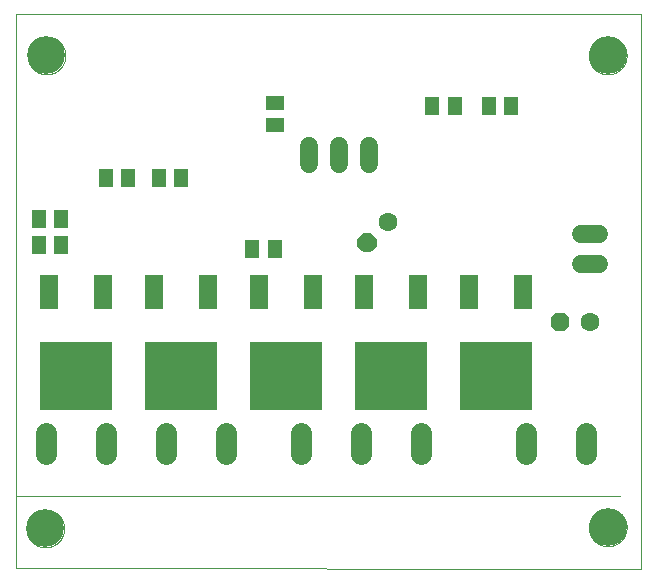
<source format=gbs>
G75*
%MOIN*%
%OFA0B0*%
%FSLAX25Y25*%
%IPPOS*%
%LPD*%
%AMOC8*
5,1,8,0,0,1.08239X$1,22.5*
%
%ADD10C,0.00000*%
%ADD11C,0.12598*%
%ADD12C,0.01260*%
%ADD13C,0.06300*%
%ADD14R,0.05118X0.05906*%
%ADD15R,0.06299X0.11811*%
%ADD16R,0.24409X0.22835*%
%ADD17R,0.05906X0.05118*%
%ADD18C,0.07050*%
%ADD19OC8,0.06300*%
%ADD20C,0.06000*%
D10*
X0032477Y0001394D02*
X0241020Y0001000D01*
X0241020Y0186079D01*
X0032477Y0186079D01*
X0032477Y0001394D01*
X0036060Y0014543D02*
X0036062Y0014701D01*
X0036068Y0014859D01*
X0036078Y0015017D01*
X0036092Y0015175D01*
X0036110Y0015332D01*
X0036131Y0015489D01*
X0036157Y0015645D01*
X0036187Y0015801D01*
X0036220Y0015956D01*
X0036258Y0016109D01*
X0036299Y0016262D01*
X0036344Y0016414D01*
X0036393Y0016565D01*
X0036446Y0016714D01*
X0036502Y0016862D01*
X0036562Y0017008D01*
X0036626Y0017153D01*
X0036694Y0017296D01*
X0036765Y0017438D01*
X0036839Y0017578D01*
X0036917Y0017715D01*
X0036999Y0017851D01*
X0037083Y0017985D01*
X0037172Y0018116D01*
X0037263Y0018245D01*
X0037358Y0018372D01*
X0037455Y0018497D01*
X0037556Y0018619D01*
X0037660Y0018738D01*
X0037767Y0018855D01*
X0037877Y0018969D01*
X0037990Y0019080D01*
X0038105Y0019189D01*
X0038223Y0019294D01*
X0038344Y0019396D01*
X0038467Y0019496D01*
X0038593Y0019592D01*
X0038721Y0019685D01*
X0038851Y0019775D01*
X0038984Y0019861D01*
X0039119Y0019945D01*
X0039255Y0020024D01*
X0039394Y0020101D01*
X0039535Y0020173D01*
X0039677Y0020243D01*
X0039821Y0020308D01*
X0039967Y0020370D01*
X0040114Y0020428D01*
X0040263Y0020483D01*
X0040413Y0020534D01*
X0040564Y0020581D01*
X0040716Y0020624D01*
X0040869Y0020663D01*
X0041024Y0020699D01*
X0041179Y0020730D01*
X0041335Y0020758D01*
X0041491Y0020782D01*
X0041648Y0020802D01*
X0041806Y0020818D01*
X0041963Y0020830D01*
X0042122Y0020838D01*
X0042280Y0020842D01*
X0042438Y0020842D01*
X0042596Y0020838D01*
X0042755Y0020830D01*
X0042912Y0020818D01*
X0043070Y0020802D01*
X0043227Y0020782D01*
X0043383Y0020758D01*
X0043539Y0020730D01*
X0043694Y0020699D01*
X0043849Y0020663D01*
X0044002Y0020624D01*
X0044154Y0020581D01*
X0044305Y0020534D01*
X0044455Y0020483D01*
X0044604Y0020428D01*
X0044751Y0020370D01*
X0044897Y0020308D01*
X0045041Y0020243D01*
X0045183Y0020173D01*
X0045324Y0020101D01*
X0045463Y0020024D01*
X0045599Y0019945D01*
X0045734Y0019861D01*
X0045867Y0019775D01*
X0045997Y0019685D01*
X0046125Y0019592D01*
X0046251Y0019496D01*
X0046374Y0019396D01*
X0046495Y0019294D01*
X0046613Y0019189D01*
X0046728Y0019080D01*
X0046841Y0018969D01*
X0046951Y0018855D01*
X0047058Y0018738D01*
X0047162Y0018619D01*
X0047263Y0018497D01*
X0047360Y0018372D01*
X0047455Y0018245D01*
X0047546Y0018116D01*
X0047635Y0017985D01*
X0047719Y0017851D01*
X0047801Y0017715D01*
X0047879Y0017578D01*
X0047953Y0017438D01*
X0048024Y0017296D01*
X0048092Y0017153D01*
X0048156Y0017008D01*
X0048216Y0016862D01*
X0048272Y0016714D01*
X0048325Y0016565D01*
X0048374Y0016414D01*
X0048419Y0016262D01*
X0048460Y0016109D01*
X0048498Y0015956D01*
X0048531Y0015801D01*
X0048561Y0015645D01*
X0048587Y0015489D01*
X0048608Y0015332D01*
X0048626Y0015175D01*
X0048640Y0015017D01*
X0048650Y0014859D01*
X0048656Y0014701D01*
X0048658Y0014543D01*
X0048656Y0014385D01*
X0048650Y0014227D01*
X0048640Y0014069D01*
X0048626Y0013911D01*
X0048608Y0013754D01*
X0048587Y0013597D01*
X0048561Y0013441D01*
X0048531Y0013285D01*
X0048498Y0013130D01*
X0048460Y0012977D01*
X0048419Y0012824D01*
X0048374Y0012672D01*
X0048325Y0012521D01*
X0048272Y0012372D01*
X0048216Y0012224D01*
X0048156Y0012078D01*
X0048092Y0011933D01*
X0048024Y0011790D01*
X0047953Y0011648D01*
X0047879Y0011508D01*
X0047801Y0011371D01*
X0047719Y0011235D01*
X0047635Y0011101D01*
X0047546Y0010970D01*
X0047455Y0010841D01*
X0047360Y0010714D01*
X0047263Y0010589D01*
X0047162Y0010467D01*
X0047058Y0010348D01*
X0046951Y0010231D01*
X0046841Y0010117D01*
X0046728Y0010006D01*
X0046613Y0009897D01*
X0046495Y0009792D01*
X0046374Y0009690D01*
X0046251Y0009590D01*
X0046125Y0009494D01*
X0045997Y0009401D01*
X0045867Y0009311D01*
X0045734Y0009225D01*
X0045599Y0009141D01*
X0045463Y0009062D01*
X0045324Y0008985D01*
X0045183Y0008913D01*
X0045041Y0008843D01*
X0044897Y0008778D01*
X0044751Y0008716D01*
X0044604Y0008658D01*
X0044455Y0008603D01*
X0044305Y0008552D01*
X0044154Y0008505D01*
X0044002Y0008462D01*
X0043849Y0008423D01*
X0043694Y0008387D01*
X0043539Y0008356D01*
X0043383Y0008328D01*
X0043227Y0008304D01*
X0043070Y0008284D01*
X0042912Y0008268D01*
X0042755Y0008256D01*
X0042596Y0008248D01*
X0042438Y0008244D01*
X0042280Y0008244D01*
X0042122Y0008248D01*
X0041963Y0008256D01*
X0041806Y0008268D01*
X0041648Y0008284D01*
X0041491Y0008304D01*
X0041335Y0008328D01*
X0041179Y0008356D01*
X0041024Y0008387D01*
X0040869Y0008423D01*
X0040716Y0008462D01*
X0040564Y0008505D01*
X0040413Y0008552D01*
X0040263Y0008603D01*
X0040114Y0008658D01*
X0039967Y0008716D01*
X0039821Y0008778D01*
X0039677Y0008843D01*
X0039535Y0008913D01*
X0039394Y0008985D01*
X0039255Y0009062D01*
X0039119Y0009141D01*
X0038984Y0009225D01*
X0038851Y0009311D01*
X0038721Y0009401D01*
X0038593Y0009494D01*
X0038467Y0009590D01*
X0038344Y0009690D01*
X0038223Y0009792D01*
X0038105Y0009897D01*
X0037990Y0010006D01*
X0037877Y0010117D01*
X0037767Y0010231D01*
X0037660Y0010348D01*
X0037556Y0010467D01*
X0037455Y0010589D01*
X0037358Y0010714D01*
X0037263Y0010841D01*
X0037172Y0010970D01*
X0037083Y0011101D01*
X0036999Y0011235D01*
X0036917Y0011371D01*
X0036839Y0011508D01*
X0036765Y0011648D01*
X0036694Y0011790D01*
X0036626Y0011933D01*
X0036562Y0012078D01*
X0036502Y0012224D01*
X0036446Y0012372D01*
X0036393Y0012521D01*
X0036344Y0012672D01*
X0036299Y0012824D01*
X0036258Y0012977D01*
X0036220Y0013130D01*
X0036187Y0013285D01*
X0036157Y0013441D01*
X0036131Y0013597D01*
X0036110Y0013754D01*
X0036092Y0013911D01*
X0036078Y0014069D01*
X0036068Y0014227D01*
X0036062Y0014385D01*
X0036060Y0014543D01*
X0032595Y0025242D02*
X0233796Y0025242D01*
X0223540Y0014937D02*
X0223542Y0015095D01*
X0223548Y0015253D01*
X0223558Y0015411D01*
X0223572Y0015569D01*
X0223590Y0015726D01*
X0223611Y0015883D01*
X0223637Y0016039D01*
X0223667Y0016195D01*
X0223700Y0016350D01*
X0223738Y0016503D01*
X0223779Y0016656D01*
X0223824Y0016808D01*
X0223873Y0016959D01*
X0223926Y0017108D01*
X0223982Y0017256D01*
X0224042Y0017402D01*
X0224106Y0017547D01*
X0224174Y0017690D01*
X0224245Y0017832D01*
X0224319Y0017972D01*
X0224397Y0018109D01*
X0224479Y0018245D01*
X0224563Y0018379D01*
X0224652Y0018510D01*
X0224743Y0018639D01*
X0224838Y0018766D01*
X0224935Y0018891D01*
X0225036Y0019013D01*
X0225140Y0019132D01*
X0225247Y0019249D01*
X0225357Y0019363D01*
X0225470Y0019474D01*
X0225585Y0019583D01*
X0225703Y0019688D01*
X0225824Y0019790D01*
X0225947Y0019890D01*
X0226073Y0019986D01*
X0226201Y0020079D01*
X0226331Y0020169D01*
X0226464Y0020255D01*
X0226599Y0020339D01*
X0226735Y0020418D01*
X0226874Y0020495D01*
X0227015Y0020567D01*
X0227157Y0020637D01*
X0227301Y0020702D01*
X0227447Y0020764D01*
X0227594Y0020822D01*
X0227743Y0020877D01*
X0227893Y0020928D01*
X0228044Y0020975D01*
X0228196Y0021018D01*
X0228349Y0021057D01*
X0228504Y0021093D01*
X0228659Y0021124D01*
X0228815Y0021152D01*
X0228971Y0021176D01*
X0229128Y0021196D01*
X0229286Y0021212D01*
X0229443Y0021224D01*
X0229602Y0021232D01*
X0229760Y0021236D01*
X0229918Y0021236D01*
X0230076Y0021232D01*
X0230235Y0021224D01*
X0230392Y0021212D01*
X0230550Y0021196D01*
X0230707Y0021176D01*
X0230863Y0021152D01*
X0231019Y0021124D01*
X0231174Y0021093D01*
X0231329Y0021057D01*
X0231482Y0021018D01*
X0231634Y0020975D01*
X0231785Y0020928D01*
X0231935Y0020877D01*
X0232084Y0020822D01*
X0232231Y0020764D01*
X0232377Y0020702D01*
X0232521Y0020637D01*
X0232663Y0020567D01*
X0232804Y0020495D01*
X0232943Y0020418D01*
X0233079Y0020339D01*
X0233214Y0020255D01*
X0233347Y0020169D01*
X0233477Y0020079D01*
X0233605Y0019986D01*
X0233731Y0019890D01*
X0233854Y0019790D01*
X0233975Y0019688D01*
X0234093Y0019583D01*
X0234208Y0019474D01*
X0234321Y0019363D01*
X0234431Y0019249D01*
X0234538Y0019132D01*
X0234642Y0019013D01*
X0234743Y0018891D01*
X0234840Y0018766D01*
X0234935Y0018639D01*
X0235026Y0018510D01*
X0235115Y0018379D01*
X0235199Y0018245D01*
X0235281Y0018109D01*
X0235359Y0017972D01*
X0235433Y0017832D01*
X0235504Y0017690D01*
X0235572Y0017547D01*
X0235636Y0017402D01*
X0235696Y0017256D01*
X0235752Y0017108D01*
X0235805Y0016959D01*
X0235854Y0016808D01*
X0235899Y0016656D01*
X0235940Y0016503D01*
X0235978Y0016350D01*
X0236011Y0016195D01*
X0236041Y0016039D01*
X0236067Y0015883D01*
X0236088Y0015726D01*
X0236106Y0015569D01*
X0236120Y0015411D01*
X0236130Y0015253D01*
X0236136Y0015095D01*
X0236138Y0014937D01*
X0236136Y0014779D01*
X0236130Y0014621D01*
X0236120Y0014463D01*
X0236106Y0014305D01*
X0236088Y0014148D01*
X0236067Y0013991D01*
X0236041Y0013835D01*
X0236011Y0013679D01*
X0235978Y0013524D01*
X0235940Y0013371D01*
X0235899Y0013218D01*
X0235854Y0013066D01*
X0235805Y0012915D01*
X0235752Y0012766D01*
X0235696Y0012618D01*
X0235636Y0012472D01*
X0235572Y0012327D01*
X0235504Y0012184D01*
X0235433Y0012042D01*
X0235359Y0011902D01*
X0235281Y0011765D01*
X0235199Y0011629D01*
X0235115Y0011495D01*
X0235026Y0011364D01*
X0234935Y0011235D01*
X0234840Y0011108D01*
X0234743Y0010983D01*
X0234642Y0010861D01*
X0234538Y0010742D01*
X0234431Y0010625D01*
X0234321Y0010511D01*
X0234208Y0010400D01*
X0234093Y0010291D01*
X0233975Y0010186D01*
X0233854Y0010084D01*
X0233731Y0009984D01*
X0233605Y0009888D01*
X0233477Y0009795D01*
X0233347Y0009705D01*
X0233214Y0009619D01*
X0233079Y0009535D01*
X0232943Y0009456D01*
X0232804Y0009379D01*
X0232663Y0009307D01*
X0232521Y0009237D01*
X0232377Y0009172D01*
X0232231Y0009110D01*
X0232084Y0009052D01*
X0231935Y0008997D01*
X0231785Y0008946D01*
X0231634Y0008899D01*
X0231482Y0008856D01*
X0231329Y0008817D01*
X0231174Y0008781D01*
X0231019Y0008750D01*
X0230863Y0008722D01*
X0230707Y0008698D01*
X0230550Y0008678D01*
X0230392Y0008662D01*
X0230235Y0008650D01*
X0230076Y0008642D01*
X0229918Y0008638D01*
X0229760Y0008638D01*
X0229602Y0008642D01*
X0229443Y0008650D01*
X0229286Y0008662D01*
X0229128Y0008678D01*
X0228971Y0008698D01*
X0228815Y0008722D01*
X0228659Y0008750D01*
X0228504Y0008781D01*
X0228349Y0008817D01*
X0228196Y0008856D01*
X0228044Y0008899D01*
X0227893Y0008946D01*
X0227743Y0008997D01*
X0227594Y0009052D01*
X0227447Y0009110D01*
X0227301Y0009172D01*
X0227157Y0009237D01*
X0227015Y0009307D01*
X0226874Y0009379D01*
X0226735Y0009456D01*
X0226599Y0009535D01*
X0226464Y0009619D01*
X0226331Y0009705D01*
X0226201Y0009795D01*
X0226073Y0009888D01*
X0225947Y0009984D01*
X0225824Y0010084D01*
X0225703Y0010186D01*
X0225585Y0010291D01*
X0225470Y0010400D01*
X0225357Y0010511D01*
X0225247Y0010625D01*
X0225140Y0010742D01*
X0225036Y0010861D01*
X0224935Y0010983D01*
X0224838Y0011108D01*
X0224743Y0011235D01*
X0224652Y0011364D01*
X0224563Y0011495D01*
X0224479Y0011629D01*
X0224397Y0011765D01*
X0224319Y0011902D01*
X0224245Y0012042D01*
X0224174Y0012184D01*
X0224106Y0012327D01*
X0224042Y0012472D01*
X0223982Y0012618D01*
X0223926Y0012766D01*
X0223873Y0012915D01*
X0223824Y0013066D01*
X0223779Y0013218D01*
X0223738Y0013371D01*
X0223700Y0013524D01*
X0223667Y0013679D01*
X0223637Y0013835D01*
X0223611Y0013991D01*
X0223590Y0014148D01*
X0223572Y0014305D01*
X0223558Y0014463D01*
X0223548Y0014621D01*
X0223542Y0014779D01*
X0223540Y0014937D01*
X0223540Y0172220D02*
X0223542Y0172378D01*
X0223548Y0172536D01*
X0223558Y0172694D01*
X0223572Y0172852D01*
X0223590Y0173009D01*
X0223611Y0173166D01*
X0223637Y0173322D01*
X0223667Y0173478D01*
X0223700Y0173633D01*
X0223738Y0173786D01*
X0223779Y0173939D01*
X0223824Y0174091D01*
X0223873Y0174242D01*
X0223926Y0174391D01*
X0223982Y0174539D01*
X0224042Y0174685D01*
X0224106Y0174830D01*
X0224174Y0174973D01*
X0224245Y0175115D01*
X0224319Y0175255D01*
X0224397Y0175392D01*
X0224479Y0175528D01*
X0224563Y0175662D01*
X0224652Y0175793D01*
X0224743Y0175922D01*
X0224838Y0176049D01*
X0224935Y0176174D01*
X0225036Y0176296D01*
X0225140Y0176415D01*
X0225247Y0176532D01*
X0225357Y0176646D01*
X0225470Y0176757D01*
X0225585Y0176866D01*
X0225703Y0176971D01*
X0225824Y0177073D01*
X0225947Y0177173D01*
X0226073Y0177269D01*
X0226201Y0177362D01*
X0226331Y0177452D01*
X0226464Y0177538D01*
X0226599Y0177622D01*
X0226735Y0177701D01*
X0226874Y0177778D01*
X0227015Y0177850D01*
X0227157Y0177920D01*
X0227301Y0177985D01*
X0227447Y0178047D01*
X0227594Y0178105D01*
X0227743Y0178160D01*
X0227893Y0178211D01*
X0228044Y0178258D01*
X0228196Y0178301D01*
X0228349Y0178340D01*
X0228504Y0178376D01*
X0228659Y0178407D01*
X0228815Y0178435D01*
X0228971Y0178459D01*
X0229128Y0178479D01*
X0229286Y0178495D01*
X0229443Y0178507D01*
X0229602Y0178515D01*
X0229760Y0178519D01*
X0229918Y0178519D01*
X0230076Y0178515D01*
X0230235Y0178507D01*
X0230392Y0178495D01*
X0230550Y0178479D01*
X0230707Y0178459D01*
X0230863Y0178435D01*
X0231019Y0178407D01*
X0231174Y0178376D01*
X0231329Y0178340D01*
X0231482Y0178301D01*
X0231634Y0178258D01*
X0231785Y0178211D01*
X0231935Y0178160D01*
X0232084Y0178105D01*
X0232231Y0178047D01*
X0232377Y0177985D01*
X0232521Y0177920D01*
X0232663Y0177850D01*
X0232804Y0177778D01*
X0232943Y0177701D01*
X0233079Y0177622D01*
X0233214Y0177538D01*
X0233347Y0177452D01*
X0233477Y0177362D01*
X0233605Y0177269D01*
X0233731Y0177173D01*
X0233854Y0177073D01*
X0233975Y0176971D01*
X0234093Y0176866D01*
X0234208Y0176757D01*
X0234321Y0176646D01*
X0234431Y0176532D01*
X0234538Y0176415D01*
X0234642Y0176296D01*
X0234743Y0176174D01*
X0234840Y0176049D01*
X0234935Y0175922D01*
X0235026Y0175793D01*
X0235115Y0175662D01*
X0235199Y0175528D01*
X0235281Y0175392D01*
X0235359Y0175255D01*
X0235433Y0175115D01*
X0235504Y0174973D01*
X0235572Y0174830D01*
X0235636Y0174685D01*
X0235696Y0174539D01*
X0235752Y0174391D01*
X0235805Y0174242D01*
X0235854Y0174091D01*
X0235899Y0173939D01*
X0235940Y0173786D01*
X0235978Y0173633D01*
X0236011Y0173478D01*
X0236041Y0173322D01*
X0236067Y0173166D01*
X0236088Y0173009D01*
X0236106Y0172852D01*
X0236120Y0172694D01*
X0236130Y0172536D01*
X0236136Y0172378D01*
X0236138Y0172220D01*
X0236136Y0172062D01*
X0236130Y0171904D01*
X0236120Y0171746D01*
X0236106Y0171588D01*
X0236088Y0171431D01*
X0236067Y0171274D01*
X0236041Y0171118D01*
X0236011Y0170962D01*
X0235978Y0170807D01*
X0235940Y0170654D01*
X0235899Y0170501D01*
X0235854Y0170349D01*
X0235805Y0170198D01*
X0235752Y0170049D01*
X0235696Y0169901D01*
X0235636Y0169755D01*
X0235572Y0169610D01*
X0235504Y0169467D01*
X0235433Y0169325D01*
X0235359Y0169185D01*
X0235281Y0169048D01*
X0235199Y0168912D01*
X0235115Y0168778D01*
X0235026Y0168647D01*
X0234935Y0168518D01*
X0234840Y0168391D01*
X0234743Y0168266D01*
X0234642Y0168144D01*
X0234538Y0168025D01*
X0234431Y0167908D01*
X0234321Y0167794D01*
X0234208Y0167683D01*
X0234093Y0167574D01*
X0233975Y0167469D01*
X0233854Y0167367D01*
X0233731Y0167267D01*
X0233605Y0167171D01*
X0233477Y0167078D01*
X0233347Y0166988D01*
X0233214Y0166902D01*
X0233079Y0166818D01*
X0232943Y0166739D01*
X0232804Y0166662D01*
X0232663Y0166590D01*
X0232521Y0166520D01*
X0232377Y0166455D01*
X0232231Y0166393D01*
X0232084Y0166335D01*
X0231935Y0166280D01*
X0231785Y0166229D01*
X0231634Y0166182D01*
X0231482Y0166139D01*
X0231329Y0166100D01*
X0231174Y0166064D01*
X0231019Y0166033D01*
X0230863Y0166005D01*
X0230707Y0165981D01*
X0230550Y0165961D01*
X0230392Y0165945D01*
X0230235Y0165933D01*
X0230076Y0165925D01*
X0229918Y0165921D01*
X0229760Y0165921D01*
X0229602Y0165925D01*
X0229443Y0165933D01*
X0229286Y0165945D01*
X0229128Y0165961D01*
X0228971Y0165981D01*
X0228815Y0166005D01*
X0228659Y0166033D01*
X0228504Y0166064D01*
X0228349Y0166100D01*
X0228196Y0166139D01*
X0228044Y0166182D01*
X0227893Y0166229D01*
X0227743Y0166280D01*
X0227594Y0166335D01*
X0227447Y0166393D01*
X0227301Y0166455D01*
X0227157Y0166520D01*
X0227015Y0166590D01*
X0226874Y0166662D01*
X0226735Y0166739D01*
X0226599Y0166818D01*
X0226464Y0166902D01*
X0226331Y0166988D01*
X0226201Y0167078D01*
X0226073Y0167171D01*
X0225947Y0167267D01*
X0225824Y0167367D01*
X0225703Y0167469D01*
X0225585Y0167574D01*
X0225470Y0167683D01*
X0225357Y0167794D01*
X0225247Y0167908D01*
X0225140Y0168025D01*
X0225036Y0168144D01*
X0224935Y0168266D01*
X0224838Y0168391D01*
X0224743Y0168518D01*
X0224652Y0168647D01*
X0224563Y0168778D01*
X0224479Y0168912D01*
X0224397Y0169048D01*
X0224319Y0169185D01*
X0224245Y0169325D01*
X0224174Y0169467D01*
X0224106Y0169610D01*
X0224042Y0169755D01*
X0223982Y0169901D01*
X0223926Y0170049D01*
X0223873Y0170198D01*
X0223824Y0170349D01*
X0223779Y0170501D01*
X0223738Y0170654D01*
X0223700Y0170807D01*
X0223667Y0170962D01*
X0223637Y0171118D01*
X0223611Y0171274D01*
X0223590Y0171431D01*
X0223572Y0171588D01*
X0223558Y0171746D01*
X0223548Y0171904D01*
X0223542Y0172062D01*
X0223540Y0172220D01*
X0036454Y0172220D02*
X0036456Y0172378D01*
X0036462Y0172536D01*
X0036472Y0172694D01*
X0036486Y0172852D01*
X0036504Y0173009D01*
X0036525Y0173166D01*
X0036551Y0173322D01*
X0036581Y0173478D01*
X0036614Y0173633D01*
X0036652Y0173786D01*
X0036693Y0173939D01*
X0036738Y0174091D01*
X0036787Y0174242D01*
X0036840Y0174391D01*
X0036896Y0174539D01*
X0036956Y0174685D01*
X0037020Y0174830D01*
X0037088Y0174973D01*
X0037159Y0175115D01*
X0037233Y0175255D01*
X0037311Y0175392D01*
X0037393Y0175528D01*
X0037477Y0175662D01*
X0037566Y0175793D01*
X0037657Y0175922D01*
X0037752Y0176049D01*
X0037849Y0176174D01*
X0037950Y0176296D01*
X0038054Y0176415D01*
X0038161Y0176532D01*
X0038271Y0176646D01*
X0038384Y0176757D01*
X0038499Y0176866D01*
X0038617Y0176971D01*
X0038738Y0177073D01*
X0038861Y0177173D01*
X0038987Y0177269D01*
X0039115Y0177362D01*
X0039245Y0177452D01*
X0039378Y0177538D01*
X0039513Y0177622D01*
X0039649Y0177701D01*
X0039788Y0177778D01*
X0039929Y0177850D01*
X0040071Y0177920D01*
X0040215Y0177985D01*
X0040361Y0178047D01*
X0040508Y0178105D01*
X0040657Y0178160D01*
X0040807Y0178211D01*
X0040958Y0178258D01*
X0041110Y0178301D01*
X0041263Y0178340D01*
X0041418Y0178376D01*
X0041573Y0178407D01*
X0041729Y0178435D01*
X0041885Y0178459D01*
X0042042Y0178479D01*
X0042200Y0178495D01*
X0042357Y0178507D01*
X0042516Y0178515D01*
X0042674Y0178519D01*
X0042832Y0178519D01*
X0042990Y0178515D01*
X0043149Y0178507D01*
X0043306Y0178495D01*
X0043464Y0178479D01*
X0043621Y0178459D01*
X0043777Y0178435D01*
X0043933Y0178407D01*
X0044088Y0178376D01*
X0044243Y0178340D01*
X0044396Y0178301D01*
X0044548Y0178258D01*
X0044699Y0178211D01*
X0044849Y0178160D01*
X0044998Y0178105D01*
X0045145Y0178047D01*
X0045291Y0177985D01*
X0045435Y0177920D01*
X0045577Y0177850D01*
X0045718Y0177778D01*
X0045857Y0177701D01*
X0045993Y0177622D01*
X0046128Y0177538D01*
X0046261Y0177452D01*
X0046391Y0177362D01*
X0046519Y0177269D01*
X0046645Y0177173D01*
X0046768Y0177073D01*
X0046889Y0176971D01*
X0047007Y0176866D01*
X0047122Y0176757D01*
X0047235Y0176646D01*
X0047345Y0176532D01*
X0047452Y0176415D01*
X0047556Y0176296D01*
X0047657Y0176174D01*
X0047754Y0176049D01*
X0047849Y0175922D01*
X0047940Y0175793D01*
X0048029Y0175662D01*
X0048113Y0175528D01*
X0048195Y0175392D01*
X0048273Y0175255D01*
X0048347Y0175115D01*
X0048418Y0174973D01*
X0048486Y0174830D01*
X0048550Y0174685D01*
X0048610Y0174539D01*
X0048666Y0174391D01*
X0048719Y0174242D01*
X0048768Y0174091D01*
X0048813Y0173939D01*
X0048854Y0173786D01*
X0048892Y0173633D01*
X0048925Y0173478D01*
X0048955Y0173322D01*
X0048981Y0173166D01*
X0049002Y0173009D01*
X0049020Y0172852D01*
X0049034Y0172694D01*
X0049044Y0172536D01*
X0049050Y0172378D01*
X0049052Y0172220D01*
X0049050Y0172062D01*
X0049044Y0171904D01*
X0049034Y0171746D01*
X0049020Y0171588D01*
X0049002Y0171431D01*
X0048981Y0171274D01*
X0048955Y0171118D01*
X0048925Y0170962D01*
X0048892Y0170807D01*
X0048854Y0170654D01*
X0048813Y0170501D01*
X0048768Y0170349D01*
X0048719Y0170198D01*
X0048666Y0170049D01*
X0048610Y0169901D01*
X0048550Y0169755D01*
X0048486Y0169610D01*
X0048418Y0169467D01*
X0048347Y0169325D01*
X0048273Y0169185D01*
X0048195Y0169048D01*
X0048113Y0168912D01*
X0048029Y0168778D01*
X0047940Y0168647D01*
X0047849Y0168518D01*
X0047754Y0168391D01*
X0047657Y0168266D01*
X0047556Y0168144D01*
X0047452Y0168025D01*
X0047345Y0167908D01*
X0047235Y0167794D01*
X0047122Y0167683D01*
X0047007Y0167574D01*
X0046889Y0167469D01*
X0046768Y0167367D01*
X0046645Y0167267D01*
X0046519Y0167171D01*
X0046391Y0167078D01*
X0046261Y0166988D01*
X0046128Y0166902D01*
X0045993Y0166818D01*
X0045857Y0166739D01*
X0045718Y0166662D01*
X0045577Y0166590D01*
X0045435Y0166520D01*
X0045291Y0166455D01*
X0045145Y0166393D01*
X0044998Y0166335D01*
X0044849Y0166280D01*
X0044699Y0166229D01*
X0044548Y0166182D01*
X0044396Y0166139D01*
X0044243Y0166100D01*
X0044088Y0166064D01*
X0043933Y0166033D01*
X0043777Y0166005D01*
X0043621Y0165981D01*
X0043464Y0165961D01*
X0043306Y0165945D01*
X0043149Y0165933D01*
X0042990Y0165925D01*
X0042832Y0165921D01*
X0042674Y0165921D01*
X0042516Y0165925D01*
X0042357Y0165933D01*
X0042200Y0165945D01*
X0042042Y0165961D01*
X0041885Y0165981D01*
X0041729Y0166005D01*
X0041573Y0166033D01*
X0041418Y0166064D01*
X0041263Y0166100D01*
X0041110Y0166139D01*
X0040958Y0166182D01*
X0040807Y0166229D01*
X0040657Y0166280D01*
X0040508Y0166335D01*
X0040361Y0166393D01*
X0040215Y0166455D01*
X0040071Y0166520D01*
X0039929Y0166590D01*
X0039788Y0166662D01*
X0039649Y0166739D01*
X0039513Y0166818D01*
X0039378Y0166902D01*
X0039245Y0166988D01*
X0039115Y0167078D01*
X0038987Y0167171D01*
X0038861Y0167267D01*
X0038738Y0167367D01*
X0038617Y0167469D01*
X0038499Y0167574D01*
X0038384Y0167683D01*
X0038271Y0167794D01*
X0038161Y0167908D01*
X0038054Y0168025D01*
X0037950Y0168144D01*
X0037849Y0168266D01*
X0037752Y0168391D01*
X0037657Y0168518D01*
X0037566Y0168647D01*
X0037477Y0168778D01*
X0037393Y0168912D01*
X0037311Y0169048D01*
X0037233Y0169185D01*
X0037159Y0169325D01*
X0037088Y0169467D01*
X0037020Y0169610D01*
X0036956Y0169755D01*
X0036896Y0169901D01*
X0036840Y0170049D01*
X0036787Y0170198D01*
X0036738Y0170349D01*
X0036693Y0170501D01*
X0036652Y0170654D01*
X0036614Y0170807D01*
X0036581Y0170962D01*
X0036551Y0171118D01*
X0036525Y0171274D01*
X0036504Y0171431D01*
X0036486Y0171588D01*
X0036472Y0171746D01*
X0036462Y0171904D01*
X0036456Y0172062D01*
X0036454Y0172220D01*
D11*
X0042753Y0172220D03*
X0229839Y0172220D03*
X0229839Y0014937D03*
X0042359Y0014543D03*
D12*
X0147688Y0109310D02*
X0147058Y0108680D01*
X0147058Y0110768D01*
X0148533Y0112243D01*
X0150621Y0112243D01*
X0152096Y0110768D01*
X0152096Y0108680D01*
X0150621Y0107205D01*
X0148533Y0107205D01*
X0147058Y0108680D01*
X0148003Y0109072D01*
X0148003Y0110376D01*
X0148925Y0111298D01*
X0150229Y0111298D01*
X0151151Y0110376D01*
X0151151Y0109072D01*
X0150229Y0108150D01*
X0148925Y0108150D01*
X0148003Y0109072D01*
X0148948Y0109463D01*
X0148948Y0109985D01*
X0149316Y0110353D01*
X0149838Y0110353D01*
X0150206Y0109985D01*
X0150206Y0109463D01*
X0149838Y0109095D01*
X0149316Y0109095D01*
X0148948Y0109463D01*
D13*
X0156648Y0116795D03*
X0224060Y0083474D03*
D14*
X0197585Y0155242D03*
X0190105Y0155242D03*
X0178835Y0155242D03*
X0171355Y0155242D03*
X0118835Y0107742D03*
X0111355Y0107742D03*
X0087585Y0131492D03*
X0080105Y0131492D03*
X0070085Y0131492D03*
X0062605Y0131492D03*
X0047585Y0117742D03*
X0040105Y0117742D03*
X0040105Y0108992D03*
X0047585Y0108992D03*
D15*
X0043595Y0093510D03*
X0061595Y0093510D03*
X0078595Y0093510D03*
X0096595Y0093510D03*
X0113595Y0093510D03*
X0131595Y0093510D03*
X0148595Y0093510D03*
X0166595Y0093510D03*
X0183595Y0093510D03*
X0201595Y0093510D03*
D16*
X0192595Y0065242D03*
X0157595Y0065242D03*
X0122595Y0065242D03*
X0087595Y0065242D03*
X0052595Y0065242D03*
D17*
X0118845Y0149002D03*
X0118845Y0156482D03*
D18*
X0127595Y0046267D02*
X0127595Y0039217D01*
X0147595Y0039217D02*
X0147595Y0046267D01*
X0167595Y0046267D02*
X0167595Y0039217D01*
X0202595Y0039217D02*
X0202595Y0046267D01*
X0222595Y0046267D02*
X0222595Y0039217D01*
X0102595Y0039217D02*
X0102595Y0046267D01*
X0082595Y0046267D02*
X0082595Y0039217D01*
X0062595Y0039217D02*
X0062595Y0046267D01*
X0042595Y0046267D02*
X0042595Y0039217D01*
D19*
X0214060Y0083474D03*
D20*
X0220845Y0102742D02*
X0226845Y0102742D01*
X0226845Y0112742D02*
X0220845Y0112742D01*
X0150095Y0135992D02*
X0150095Y0141992D01*
X0140095Y0141992D02*
X0140095Y0135992D01*
X0130095Y0135992D02*
X0130095Y0141992D01*
M02*

</source>
